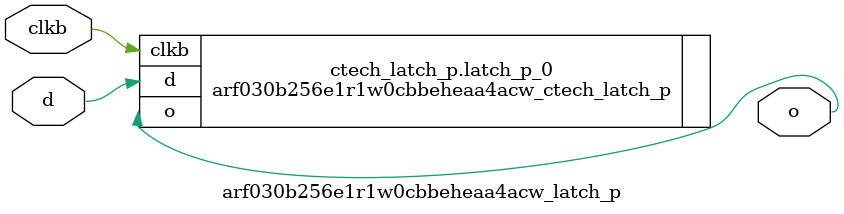
<source format=sv>

`ifndef ARF030B256E1R1W0CBBEHEAA4ACW_LATCH_P_SV
`define ARF030B256E1R1W0CBBEHEAA4ACW_LATCH_P_SV

module arf030b256e1r1w0cbbeheaa4acw_latch_p #
(
  parameter CTECH = 1
)
(
  output logic o,
  input  logic d,
  input  logic clkb
);

  if (CTECH == 1) begin: ctech_latch_p
    arf030b256e1r1w0cbbeheaa4acw_ctech_latch_p latch_p_0 (.o(o),.d(d),.clkb(clkb));
  end
  else begin
    always_latch begin
      if (~clkb) begin
        o <= d;
      end
    end
  end

endmodule // arf030b256e1r1w0cbbeheaa4acw_latch_p

`endif // ARF030B256E1R1W0CBBEHEAA4ACW_LATCH_P_SV
</source>
